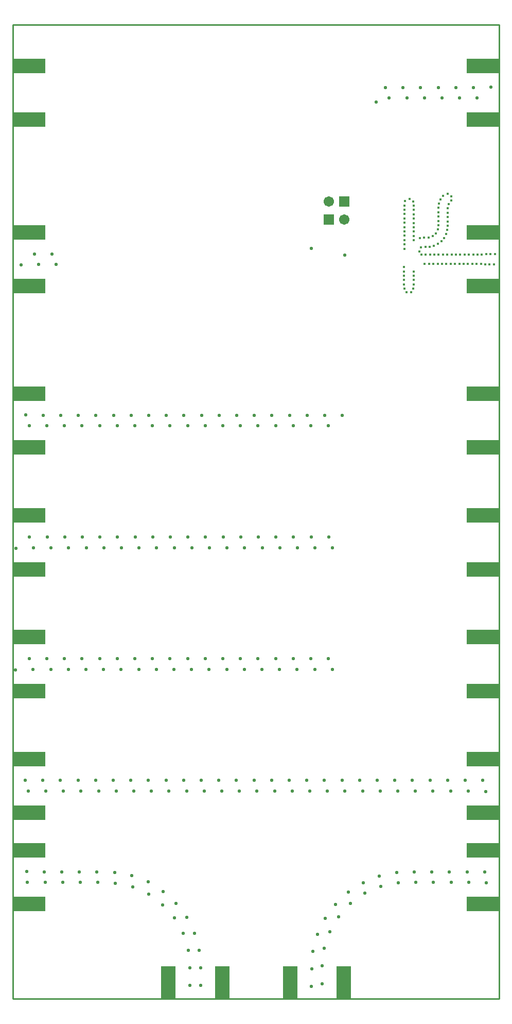
<source format=gbs>
G04*
G04 #@! TF.GenerationSoftware,Altium Limited,Altium Designer,19.1.8 (144)*
G04*
G04 Layer_Color=16711935*
%FSLAX25Y25*%
%MOIN*%
G70*
G01*
G75*
%ADD13C,0.01000*%
%ADD23R,0.20800X0.09800*%
%ADD25R,0.09800X0.20800*%
%ADD29R,0.06706X0.06706*%
%ADD30C,0.06706*%
%ADD31C,0.01600*%
%ADD32C,0.02200*%
%ADD33C,0.02300*%
D13*
X0Y629921D02*
X0Y0D01*
X0Y629921D02*
X314961Y629921D01*
X314961Y0D01*
X0D02*
X314961D01*
D23*
X304361Y460947D02*
D03*
Y495747D02*
D03*
X10600Y391416D02*
D03*
Y356616D02*
D03*
X304361D02*
D03*
Y391416D02*
D03*
X304361Y568616D02*
D03*
Y603416D02*
D03*
X10600Y603415D02*
D03*
Y568615D02*
D03*
X10600Y312676D02*
D03*
Y277876D02*
D03*
X304361Y199135D02*
D03*
Y233935D02*
D03*
X304361Y120395D02*
D03*
Y155195D02*
D03*
X304361Y61340D02*
D03*
Y96140D02*
D03*
X10600D02*
D03*
Y61340D02*
D03*
X304361Y277876D02*
D03*
Y312676D02*
D03*
X10600Y233935D02*
D03*
Y199135D02*
D03*
Y155195D02*
D03*
Y120395D02*
D03*
X10600Y495825D02*
D03*
Y461025D02*
D03*
D25*
X179450Y10600D02*
D03*
X214250D02*
D03*
X100710D02*
D03*
X135510D02*
D03*
D29*
X214600Y515800D02*
D03*
X204600Y503900D02*
D03*
D30*
Y515800D02*
D03*
X214600Y503900D02*
D03*
D31*
X312103Y481793D02*
D03*
X309303D02*
D03*
X306504Y481722D02*
D03*
X303722Y481404D02*
D03*
X300922D02*
D03*
X298122D02*
D03*
X295322D02*
D03*
X292522D02*
D03*
X289722D02*
D03*
X286922D02*
D03*
X284122D02*
D03*
X281322D02*
D03*
X278522D02*
D03*
X275722D02*
D03*
X272922D02*
D03*
X270122D02*
D03*
X267322D02*
D03*
X264522D02*
D03*
X266716Y475289D02*
D03*
X269516D02*
D03*
X272316D02*
D03*
X275116D02*
D03*
X277916D02*
D03*
X280716D02*
D03*
X283516D02*
D03*
X286316D02*
D03*
X289116D02*
D03*
X291916D02*
D03*
X294716D02*
D03*
X297516D02*
D03*
X300316D02*
D03*
X303116D02*
D03*
X305909Y475096D02*
D03*
X308702Y474899D02*
D03*
X311502D02*
D03*
X278553Y519288D02*
D03*
X276968Y516980D02*
D03*
X275952Y514371D02*
D03*
X275504Y511607D02*
D03*
X275442Y508808D02*
D03*
Y506007D02*
D03*
Y503207D02*
D03*
Y500408D02*
D03*
X275210Y497617D02*
D03*
X273958Y495113D02*
D03*
X271819Y493306D02*
D03*
X269140Y492491D02*
D03*
X266340Y492458D02*
D03*
X263557Y492150D02*
D03*
X263129Y483523D02*
D03*
X264407Y486015D02*
D03*
X267187Y486342D02*
D03*
X269985Y486465D02*
D03*
X272720Y487065D02*
D03*
X275245Y488274D02*
D03*
X277481Y489959D02*
D03*
X279286Y492100D02*
D03*
X280587Y494580D02*
D03*
X281350Y497273D02*
D03*
X281558Y500066D02*
D03*
Y502866D02*
D03*
Y505666D02*
D03*
Y508466D02*
D03*
X281564Y511266D02*
D03*
X282275Y513974D02*
D03*
X283850Y516289D02*
D03*
X283965Y519087D02*
D03*
X281712Y520748D02*
D03*
X253910Y515938D02*
D03*
X253471Y513173D02*
D03*
Y510373D02*
D03*
Y507573D02*
D03*
Y504773D02*
D03*
Y501973D02*
D03*
Y499173D02*
D03*
Y496373D02*
D03*
Y493573D02*
D03*
Y490773D02*
D03*
Y487973D02*
D03*
Y485173D02*
D03*
X259586Y490626D02*
D03*
Y493427D02*
D03*
Y496227D02*
D03*
Y499026D02*
D03*
Y501826D02*
D03*
Y504627D02*
D03*
Y507427D02*
D03*
Y510226D02*
D03*
Y513027D02*
D03*
X259230Y515804D02*
D03*
X256952Y517431D02*
D03*
X253371Y473338D02*
D03*
Y470538D02*
D03*
Y467738D02*
D03*
Y464938D02*
D03*
Y462138D02*
D03*
X253443Y459339D02*
D03*
X255026Y457030D02*
D03*
X257826Y457027D02*
D03*
X259413Y459334D02*
D03*
X259486Y462133D02*
D03*
Y464933D02*
D03*
Y467733D02*
D03*
Y470533D02*
D03*
D32*
X214800Y481200D02*
D03*
X193400Y485300D02*
D03*
X235200Y580200D02*
D03*
X243764Y582593D02*
D03*
X255164D02*
D03*
X266564D02*
D03*
X277964D02*
D03*
X289364D02*
D03*
X300764D02*
D03*
X309646Y589739D02*
D03*
X298250Y589438D02*
D03*
X286850D02*
D03*
X275450D02*
D03*
X264050D02*
D03*
X252650D02*
D03*
X241250D02*
D03*
X25419Y481848D02*
D03*
X14019D02*
D03*
X5137Y474702D02*
D03*
X16533Y475002D02*
D03*
X27933D02*
D03*
X122119Y377438D02*
D03*
X65119D02*
D03*
X181509Y370593D02*
D03*
X53719Y377438D02*
D03*
X110719D02*
D03*
X192909Y370593D02*
D03*
X10509D02*
D03*
X201919Y377438D02*
D03*
X133519D02*
D03*
X33309Y370593D02*
D03*
X144919Y377438D02*
D03*
X167719D02*
D03*
X78909Y370593D02*
D03*
X30919Y377438D02*
D03*
X179119D02*
D03*
X42319D02*
D03*
X170109Y370593D02*
D03*
X87919Y377438D02*
D03*
X156319D02*
D03*
X190519D02*
D03*
X113109Y370593D02*
D03*
X67509D02*
D03*
X44709D02*
D03*
X21909D02*
D03*
X213319Y377438D02*
D03*
X101709Y370593D02*
D03*
X90309D02*
D03*
X8123Y377736D02*
D03*
X19519Y377438D02*
D03*
X135909Y370593D02*
D03*
X99319Y377438D02*
D03*
X147309Y370593D02*
D03*
X204309D02*
D03*
X124509D02*
D03*
X56109D02*
D03*
X76519Y377438D02*
D03*
X158709Y370593D02*
D03*
X204326Y219958D02*
D03*
X192926D02*
D03*
X181526D02*
D03*
X170126D02*
D03*
X158726D02*
D03*
X147326D02*
D03*
X135926D02*
D03*
X124526D02*
D03*
X113126D02*
D03*
X101726D02*
D03*
X90326D02*
D03*
X78926D02*
D03*
X67526D02*
D03*
X56126D02*
D03*
X44726D02*
D03*
X33326D02*
D03*
X21926D02*
D03*
X10526D02*
D03*
X1644Y212812D02*
D03*
X13040Y213113D02*
D03*
X24440D02*
D03*
X35840D02*
D03*
X47240D02*
D03*
X58640D02*
D03*
X70040D02*
D03*
X81440D02*
D03*
X92840D02*
D03*
X104240D02*
D03*
X115640D02*
D03*
X127040D02*
D03*
X138440D02*
D03*
X149840D02*
D03*
X161240D02*
D03*
X172640D02*
D03*
X184040D02*
D03*
X195440D02*
D03*
X206840D02*
D03*
X204545Y298698D02*
D03*
X193145D02*
D03*
X181745D02*
D03*
X170345D02*
D03*
X158945D02*
D03*
X147545D02*
D03*
X136145D02*
D03*
X124745D02*
D03*
X113345D02*
D03*
X101945D02*
D03*
X90545D02*
D03*
X79145D02*
D03*
X67745D02*
D03*
X56345D02*
D03*
X44945D02*
D03*
X33545D02*
D03*
X22145D02*
D03*
X10745D02*
D03*
X1863Y291552D02*
D03*
X13259Y291853D02*
D03*
X24659D02*
D03*
X36059D02*
D03*
X47459D02*
D03*
X58859D02*
D03*
X70259D02*
D03*
X81659D02*
D03*
X93059D02*
D03*
X104459D02*
D03*
X115859D02*
D03*
X127259D02*
D03*
X138659D02*
D03*
X150059D02*
D03*
X161459D02*
D03*
X172859D02*
D03*
X184259D02*
D03*
X195659D02*
D03*
X207059D02*
D03*
X305552Y82089D02*
D03*
X294152D02*
D03*
X282752D02*
D03*
X271352D02*
D03*
X259952D02*
D03*
X248559Y81696D02*
D03*
X237383Y79445D02*
D03*
X226807Y75190D02*
D03*
X217228Y69010D02*
D03*
X208918Y61205D02*
D03*
X202199Y51995D02*
D03*
X197318Y41693D02*
D03*
X194371Y30681D02*
D03*
X193502Y19314D02*
D03*
X193127Y7920D02*
D03*
X200199Y9891D02*
D03*
X200190Y21291D02*
D03*
X201537Y32611D02*
D03*
X205212Y43403D02*
D03*
X211000Y53224D02*
D03*
X218715Y61617D02*
D03*
X227998Y68233D02*
D03*
X238431Y72829D02*
D03*
X249598Y75121D02*
D03*
X260995Y75392D02*
D03*
X272395D02*
D03*
X283795D02*
D03*
X295195D02*
D03*
X306591Y75092D02*
D03*
X9393Y75317D02*
D03*
X20793D02*
D03*
X32193D02*
D03*
X43593D02*
D03*
X54993D02*
D03*
X66385Y74888D02*
D03*
X77504Y72372D02*
D03*
X87855Y67596D02*
D03*
X96984Y60769D02*
D03*
X104535Y52227D02*
D03*
X110129Y42294D02*
D03*
X113545Y31418D02*
D03*
X114688Y20076D02*
D03*
X114463Y8678D02*
D03*
X121758Y8677D02*
D03*
X121533Y20075D02*
D03*
X120545Y31432D02*
D03*
X117484Y42413D02*
D03*
X112492Y52662D02*
D03*
X105645Y61777D02*
D03*
X97262Y69503D02*
D03*
X87616Y75579D02*
D03*
X76993Y79715D02*
D03*
X65799Y81873D02*
D03*
X54403Y82163D02*
D03*
X43003D02*
D03*
X31603D02*
D03*
X20203D02*
D03*
X8805Y82371D02*
D03*
X304321Y141355D02*
D03*
X292920D02*
D03*
X281521D02*
D03*
X270121D02*
D03*
X258720D02*
D03*
X247321D02*
D03*
X235921D02*
D03*
X224520D02*
D03*
X213121D02*
D03*
X201720D02*
D03*
X190321D02*
D03*
X178920D02*
D03*
X167520D02*
D03*
X156121D02*
D03*
X144720D02*
D03*
X133320D02*
D03*
X121921D02*
D03*
X110521D02*
D03*
X99120D02*
D03*
X87721D02*
D03*
X76320D02*
D03*
X64921D02*
D03*
X53521D02*
D03*
X42121D02*
D03*
X30720D02*
D03*
X19320D02*
D03*
X7922Y141519D02*
D03*
X9892Y134235D02*
D03*
X21292D02*
D03*
X32692D02*
D03*
X44092D02*
D03*
X55492D02*
D03*
X66892D02*
D03*
X78292D02*
D03*
X89692D02*
D03*
X101092D02*
D03*
X112492D02*
D03*
X123892D02*
D03*
X135292D02*
D03*
X146692D02*
D03*
X158092D02*
D03*
X169492D02*
D03*
X180892D02*
D03*
X192292D02*
D03*
X203692D02*
D03*
X215092D02*
D03*
X226492D02*
D03*
X237892D02*
D03*
X249292D02*
D03*
X260692D02*
D03*
X272092D02*
D03*
X283492D02*
D03*
X294892D02*
D03*
X306292Y134147D02*
D03*
D33*
X304361Y277876D02*
D03*
M02*

</source>
